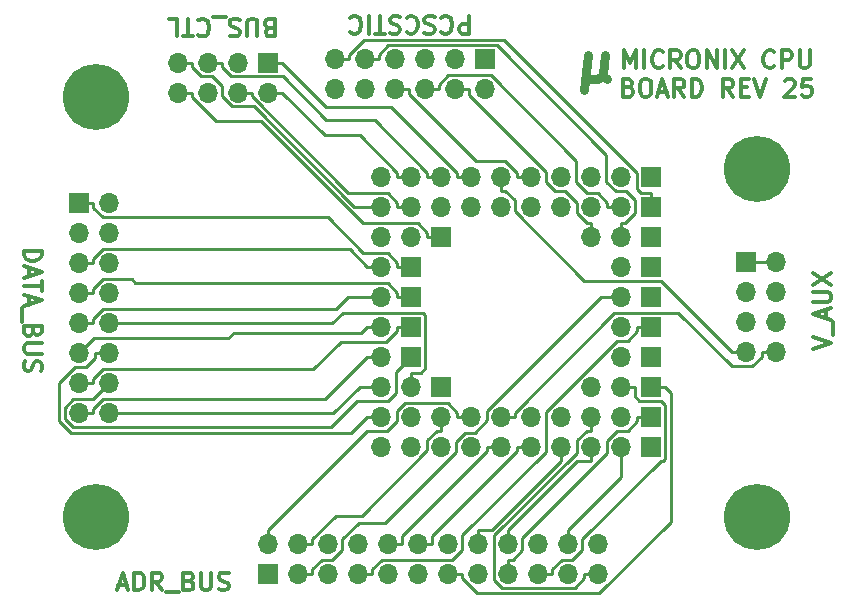
<source format=gbr>
%TF.GenerationSoftware,KiCad,Pcbnew,(6.0.2-0)*%
%TF.CreationDate,2022-07-14T16:09:16+02:00*%
%TF.ProjectId,micronix,6d696372-6f6e-4697-982e-6b696361645f,rev?*%
%TF.SameCoordinates,Original*%
%TF.FileFunction,Copper,L1,Top*%
%TF.FilePolarity,Positive*%
%FSLAX46Y46*%
G04 Gerber Fmt 4.6, Leading zero omitted, Abs format (unit mm)*
G04 Created by KiCad (PCBNEW (6.0.2-0)) date 2022-07-14 16:09:16*
%MOMM*%
%LPD*%
G01*
G04 APERTURE LIST*
%ADD10C,0.300000*%
%TA.AperFunction,NonConductor*%
%ADD11C,0.300000*%
%TD*%
%ADD12C,0.750000*%
%TA.AperFunction,NonConductor*%
%ADD13C,0.750000*%
%TD*%
%ADD14C,0.375000*%
%TA.AperFunction,NonConductor*%
%ADD15C,0.375000*%
%TD*%
%TA.AperFunction,ComponentPad*%
%ADD16C,5.600000*%
%TD*%
%TA.AperFunction,ComponentPad*%
%ADD17R,1.700000X1.700000*%
%TD*%
%TA.AperFunction,ComponentPad*%
%ADD18O,1.700000X1.700000*%
%TD*%
%TA.AperFunction,Conductor*%
%ADD19C,0.250000*%
%TD*%
G04 APERTURE END LIST*
D10*
D11*
X16321428Y-164928571D02*
X17821428Y-164928571D01*
X17821428Y-165285714D01*
X17750000Y-165500000D01*
X17607142Y-165642857D01*
X17464285Y-165714285D01*
X17178571Y-165785714D01*
X16964285Y-165785714D01*
X16678571Y-165714285D01*
X16535714Y-165642857D01*
X16392857Y-165500000D01*
X16321428Y-165285714D01*
X16321428Y-164928571D01*
X16750000Y-166357142D02*
X16750000Y-167071428D01*
X16321428Y-166214285D02*
X17821428Y-166714285D01*
X16321428Y-167214285D01*
X17821428Y-167500000D02*
X17821428Y-168357142D01*
X16321428Y-167928571D02*
X17821428Y-167928571D01*
X16750000Y-168785714D02*
X16750000Y-169500000D01*
X16321428Y-168642857D02*
X17821428Y-169142857D01*
X16321428Y-169642857D01*
X16178571Y-169785714D02*
X16178571Y-170928571D01*
X17107142Y-171785714D02*
X17035714Y-172000000D01*
X16964285Y-172071428D01*
X16821428Y-172142857D01*
X16607142Y-172142857D01*
X16464285Y-172071428D01*
X16392857Y-172000000D01*
X16321428Y-171857142D01*
X16321428Y-171285714D01*
X17821428Y-171285714D01*
X17821428Y-171785714D01*
X17750000Y-171928571D01*
X17678571Y-172000000D01*
X17535714Y-172071428D01*
X17392857Y-172071428D01*
X17250000Y-172000000D01*
X17178571Y-171928571D01*
X17107142Y-171785714D01*
X17107142Y-171285714D01*
X17821428Y-172785714D02*
X16607142Y-172785714D01*
X16464285Y-172857142D01*
X16392857Y-172928571D01*
X16321428Y-173071428D01*
X16321428Y-173357142D01*
X16392857Y-173500000D01*
X16464285Y-173571428D01*
X16607142Y-173642857D01*
X17821428Y-173642857D01*
X16392857Y-174285714D02*
X16321428Y-174500000D01*
X16321428Y-174857142D01*
X16392857Y-175000000D01*
X16464285Y-175071428D01*
X16607142Y-175142857D01*
X16750000Y-175142857D01*
X16892857Y-175071428D01*
X16964285Y-175000000D01*
X17035714Y-174857142D01*
X17107142Y-174571428D01*
X17178571Y-174428571D01*
X17250000Y-174357142D01*
X17392857Y-174285714D01*
X17535714Y-174285714D01*
X17678571Y-174357142D01*
X17750000Y-174428571D01*
X17821428Y-174571428D01*
X17821428Y-174928571D01*
X17750000Y-175142857D01*
D10*
D11*
X54030000Y-145051428D02*
X54030000Y-146551428D01*
X53458571Y-146551428D01*
X53315714Y-146480000D01*
X53244285Y-146408571D01*
X53172857Y-146265714D01*
X53172857Y-146051428D01*
X53244285Y-145908571D01*
X53315714Y-145837142D01*
X53458571Y-145765714D01*
X54030000Y-145765714D01*
X51672857Y-145194285D02*
X51744285Y-145122857D01*
X51958571Y-145051428D01*
X52101428Y-145051428D01*
X52315714Y-145122857D01*
X52458571Y-145265714D01*
X52530000Y-145408571D01*
X52601428Y-145694285D01*
X52601428Y-145908571D01*
X52530000Y-146194285D01*
X52458571Y-146337142D01*
X52315714Y-146480000D01*
X52101428Y-146551428D01*
X51958571Y-146551428D01*
X51744285Y-146480000D01*
X51672857Y-146408571D01*
X51101428Y-145122857D02*
X50887142Y-145051428D01*
X50530000Y-145051428D01*
X50387142Y-145122857D01*
X50315714Y-145194285D01*
X50244285Y-145337142D01*
X50244285Y-145480000D01*
X50315714Y-145622857D01*
X50387142Y-145694285D01*
X50530000Y-145765714D01*
X50815714Y-145837142D01*
X50958571Y-145908571D01*
X51030000Y-145980000D01*
X51101428Y-146122857D01*
X51101428Y-146265714D01*
X51030000Y-146408571D01*
X50958571Y-146480000D01*
X50815714Y-146551428D01*
X50458571Y-146551428D01*
X50244285Y-146480000D01*
X48744285Y-145194285D02*
X48815714Y-145122857D01*
X49030000Y-145051428D01*
X49172857Y-145051428D01*
X49387142Y-145122857D01*
X49530000Y-145265714D01*
X49601428Y-145408571D01*
X49672857Y-145694285D01*
X49672857Y-145908571D01*
X49601428Y-146194285D01*
X49530000Y-146337142D01*
X49387142Y-146480000D01*
X49172857Y-146551428D01*
X49030000Y-146551428D01*
X48815714Y-146480000D01*
X48744285Y-146408571D01*
X48172857Y-145122857D02*
X47958571Y-145051428D01*
X47601428Y-145051428D01*
X47458571Y-145122857D01*
X47387142Y-145194285D01*
X47315714Y-145337142D01*
X47315714Y-145480000D01*
X47387142Y-145622857D01*
X47458571Y-145694285D01*
X47601428Y-145765714D01*
X47887142Y-145837142D01*
X48030000Y-145908571D01*
X48101428Y-145980000D01*
X48172857Y-146122857D01*
X48172857Y-146265714D01*
X48101428Y-146408571D01*
X48030000Y-146480000D01*
X47887142Y-146551428D01*
X47530000Y-146551428D01*
X47315714Y-146480000D01*
X46887142Y-146551428D02*
X46030000Y-146551428D01*
X46458571Y-145051428D02*
X46458571Y-146551428D01*
X45530000Y-145051428D02*
X45530000Y-146551428D01*
X43958571Y-145194285D02*
X44030000Y-145122857D01*
X44244285Y-145051428D01*
X44387142Y-145051428D01*
X44601428Y-145122857D01*
X44744285Y-145265714D01*
X44815714Y-145408571D01*
X44887142Y-145694285D01*
X44887142Y-145908571D01*
X44815714Y-146194285D01*
X44744285Y-146337142D01*
X44601428Y-146480000D01*
X44387142Y-146551428D01*
X44244285Y-146551428D01*
X44030000Y-146480000D01*
X43958571Y-146408571D01*
D10*
D11*
X37092857Y-146077142D02*
X36878571Y-146005714D01*
X36807142Y-145934285D01*
X36735714Y-145791428D01*
X36735714Y-145577142D01*
X36807142Y-145434285D01*
X36878571Y-145362857D01*
X37021428Y-145291428D01*
X37592857Y-145291428D01*
X37592857Y-146791428D01*
X37092857Y-146791428D01*
X36950000Y-146720000D01*
X36878571Y-146648571D01*
X36807142Y-146505714D01*
X36807142Y-146362857D01*
X36878571Y-146220000D01*
X36950000Y-146148571D01*
X37092857Y-146077142D01*
X37592857Y-146077142D01*
X36092857Y-146791428D02*
X36092857Y-145577142D01*
X36021428Y-145434285D01*
X35950000Y-145362857D01*
X35807142Y-145291428D01*
X35521428Y-145291428D01*
X35378571Y-145362857D01*
X35307142Y-145434285D01*
X35235714Y-145577142D01*
X35235714Y-146791428D01*
X34592857Y-145362857D02*
X34378571Y-145291428D01*
X34021428Y-145291428D01*
X33878571Y-145362857D01*
X33807142Y-145434285D01*
X33735714Y-145577142D01*
X33735714Y-145720000D01*
X33807142Y-145862857D01*
X33878571Y-145934285D01*
X34021428Y-146005714D01*
X34307142Y-146077142D01*
X34450000Y-146148571D01*
X34521428Y-146220000D01*
X34592857Y-146362857D01*
X34592857Y-146505714D01*
X34521428Y-146648571D01*
X34450000Y-146720000D01*
X34307142Y-146791428D01*
X33950000Y-146791428D01*
X33735714Y-146720000D01*
X33450000Y-145148571D02*
X32307142Y-145148571D01*
X31092857Y-145434285D02*
X31164285Y-145362857D01*
X31378571Y-145291428D01*
X31521428Y-145291428D01*
X31735714Y-145362857D01*
X31878571Y-145505714D01*
X31950000Y-145648571D01*
X32021428Y-145934285D01*
X32021428Y-146148571D01*
X31950000Y-146434285D01*
X31878571Y-146577142D01*
X31735714Y-146720000D01*
X31521428Y-146791428D01*
X31378571Y-146791428D01*
X31164285Y-146720000D01*
X31092857Y-146648571D01*
X30664285Y-146791428D02*
X29807142Y-146791428D01*
X30235714Y-145291428D02*
X30235714Y-146791428D01*
X28592857Y-145291428D02*
X29307142Y-145291428D01*
X29307142Y-146791428D01*
D10*
D11*
X24321428Y-193250000D02*
X25035714Y-193250000D01*
X24178571Y-193678571D02*
X24678571Y-192178571D01*
X25178571Y-193678571D01*
X25678571Y-193678571D02*
X25678571Y-192178571D01*
X26035714Y-192178571D01*
X26250000Y-192250000D01*
X26392857Y-192392857D01*
X26464285Y-192535714D01*
X26535714Y-192821428D01*
X26535714Y-193035714D01*
X26464285Y-193321428D01*
X26392857Y-193464285D01*
X26250000Y-193607142D01*
X26035714Y-193678571D01*
X25678571Y-193678571D01*
X28035714Y-193678571D02*
X27535714Y-192964285D01*
X27178571Y-193678571D02*
X27178571Y-192178571D01*
X27750000Y-192178571D01*
X27892857Y-192250000D01*
X27964285Y-192321428D01*
X28035714Y-192464285D01*
X28035714Y-192678571D01*
X27964285Y-192821428D01*
X27892857Y-192892857D01*
X27750000Y-192964285D01*
X27178571Y-192964285D01*
X28321428Y-193821428D02*
X29464285Y-193821428D01*
X30321428Y-192892857D02*
X30535714Y-192964285D01*
X30607142Y-193035714D01*
X30678571Y-193178571D01*
X30678571Y-193392857D01*
X30607142Y-193535714D01*
X30535714Y-193607142D01*
X30392857Y-193678571D01*
X29821428Y-193678571D01*
X29821428Y-192178571D01*
X30321428Y-192178571D01*
X30464285Y-192250000D01*
X30535714Y-192321428D01*
X30607142Y-192464285D01*
X30607142Y-192607142D01*
X30535714Y-192750000D01*
X30464285Y-192821428D01*
X30321428Y-192892857D01*
X29821428Y-192892857D01*
X31321428Y-192178571D02*
X31321428Y-193392857D01*
X31392857Y-193535714D01*
X31464285Y-193607142D01*
X31607142Y-193678571D01*
X31892857Y-193678571D01*
X32035714Y-193607142D01*
X32107142Y-193535714D01*
X32178571Y-193392857D01*
X32178571Y-192178571D01*
X32821428Y-193607142D02*
X33035714Y-193678571D01*
X33392857Y-193678571D01*
X33535714Y-193607142D01*
X33607142Y-193535714D01*
X33678571Y-193392857D01*
X33678571Y-193250000D01*
X33607142Y-193107142D01*
X33535714Y-193035714D01*
X33392857Y-192964285D01*
X33107142Y-192892857D01*
X32964285Y-192821428D01*
X32892857Y-192750000D01*
X32821428Y-192607142D01*
X32821428Y-192464285D01*
X32892857Y-192321428D01*
X32964285Y-192250000D01*
X33107142Y-192178571D01*
X33464285Y-192178571D01*
X33678571Y-192250000D01*
D10*
D11*
X83178571Y-173214285D02*
X84678571Y-172714285D01*
X83178571Y-172214285D01*
X84821428Y-172071428D02*
X84821428Y-170928571D01*
X84250000Y-170642857D02*
X84250000Y-169928571D01*
X84678571Y-170785714D02*
X83178571Y-170285714D01*
X84678571Y-169785714D01*
X83178571Y-169285714D02*
X84392857Y-169285714D01*
X84535714Y-169214285D01*
X84607142Y-169142857D01*
X84678571Y-169000000D01*
X84678571Y-168714285D01*
X84607142Y-168571428D01*
X84535714Y-168500000D01*
X84392857Y-168428571D01*
X83178571Y-168428571D01*
X83178571Y-167857142D02*
X84678571Y-166857142D01*
X83178571Y-166857142D02*
X84678571Y-167857142D01*
D12*
D13*
X64108839Y-148357142D02*
X63733839Y-151357142D01*
X65340982Y-149928571D02*
X65448125Y-150214285D01*
X65715982Y-150357142D01*
X63912410Y-149928571D02*
X64019553Y-150214285D01*
X64287410Y-150357142D01*
X64858839Y-150357142D01*
X65162410Y-150214285D01*
X65340982Y-149928571D01*
X65537410Y-148357142D01*
D14*
D15*
X67142857Y-149471071D02*
X67142857Y-147971071D01*
X67642857Y-149042500D01*
X68142857Y-147971071D01*
X68142857Y-149471071D01*
X68857142Y-149471071D02*
X68857142Y-147971071D01*
X70428571Y-149328214D02*
X70357142Y-149399642D01*
X70142857Y-149471071D01*
X70000000Y-149471071D01*
X69785714Y-149399642D01*
X69642857Y-149256785D01*
X69571428Y-149113928D01*
X69500000Y-148828214D01*
X69500000Y-148613928D01*
X69571428Y-148328214D01*
X69642857Y-148185357D01*
X69785714Y-148042500D01*
X70000000Y-147971071D01*
X70142857Y-147971071D01*
X70357142Y-148042500D01*
X70428571Y-148113928D01*
X71928571Y-149471071D02*
X71428571Y-148756785D01*
X71071428Y-149471071D02*
X71071428Y-147971071D01*
X71642857Y-147971071D01*
X71785714Y-148042500D01*
X71857142Y-148113928D01*
X71928571Y-148256785D01*
X71928571Y-148471071D01*
X71857142Y-148613928D01*
X71785714Y-148685357D01*
X71642857Y-148756785D01*
X71071428Y-148756785D01*
X72857142Y-147971071D02*
X73142857Y-147971071D01*
X73285714Y-148042500D01*
X73428571Y-148185357D01*
X73500000Y-148471071D01*
X73500000Y-148971071D01*
X73428571Y-149256785D01*
X73285714Y-149399642D01*
X73142857Y-149471071D01*
X72857142Y-149471071D01*
X72714285Y-149399642D01*
X72571428Y-149256785D01*
X72500000Y-148971071D01*
X72500000Y-148471071D01*
X72571428Y-148185357D01*
X72714285Y-148042500D01*
X72857142Y-147971071D01*
X74142857Y-149471071D02*
X74142857Y-147971071D01*
X75000000Y-149471071D01*
X75000000Y-147971071D01*
X75714285Y-149471071D02*
X75714285Y-147971071D01*
X76285714Y-147971071D02*
X77285714Y-149471071D01*
X77285714Y-147971071D02*
X76285714Y-149471071D01*
X79857142Y-149328214D02*
X79785714Y-149399642D01*
X79571428Y-149471071D01*
X79428571Y-149471071D01*
X79214285Y-149399642D01*
X79071428Y-149256785D01*
X79000000Y-149113928D01*
X78928571Y-148828214D01*
X78928571Y-148613928D01*
X79000000Y-148328214D01*
X79071428Y-148185357D01*
X79214285Y-148042500D01*
X79428571Y-147971071D01*
X79571428Y-147971071D01*
X79785714Y-148042500D01*
X79857142Y-148113928D01*
X80500000Y-149471071D02*
X80500000Y-147971071D01*
X81071428Y-147971071D01*
X81214285Y-148042500D01*
X81285714Y-148113928D01*
X81357142Y-148256785D01*
X81357142Y-148471071D01*
X81285714Y-148613928D01*
X81214285Y-148685357D01*
X81071428Y-148756785D01*
X80500000Y-148756785D01*
X82000000Y-147971071D02*
X82000000Y-149185357D01*
X82071428Y-149328214D01*
X82142857Y-149399642D01*
X82285714Y-149471071D01*
X82571428Y-149471071D01*
X82714285Y-149399642D01*
X82785714Y-149328214D01*
X82857142Y-149185357D01*
X82857142Y-147971071D01*
X67535714Y-151100357D02*
X67750000Y-151171785D01*
X67821428Y-151243214D01*
X67892857Y-151386071D01*
X67892857Y-151600357D01*
X67821428Y-151743214D01*
X67750000Y-151814642D01*
X67607142Y-151886071D01*
X67035714Y-151886071D01*
X67035714Y-150386071D01*
X67535714Y-150386071D01*
X67678571Y-150457500D01*
X67750000Y-150528928D01*
X67821428Y-150671785D01*
X67821428Y-150814642D01*
X67750000Y-150957500D01*
X67678571Y-151028928D01*
X67535714Y-151100357D01*
X67035714Y-151100357D01*
X68821428Y-150386071D02*
X69107142Y-150386071D01*
X69250000Y-150457500D01*
X69392857Y-150600357D01*
X69464285Y-150886071D01*
X69464285Y-151386071D01*
X69392857Y-151671785D01*
X69250000Y-151814642D01*
X69107142Y-151886071D01*
X68821428Y-151886071D01*
X68678571Y-151814642D01*
X68535714Y-151671785D01*
X68464285Y-151386071D01*
X68464285Y-150886071D01*
X68535714Y-150600357D01*
X68678571Y-150457500D01*
X68821428Y-150386071D01*
X70035714Y-151457500D02*
X70750000Y-151457500D01*
X69892857Y-151886071D02*
X70392857Y-150386071D01*
X70892857Y-151886071D01*
X72250000Y-151886071D02*
X71750000Y-151171785D01*
X71392857Y-151886071D02*
X71392857Y-150386071D01*
X71964285Y-150386071D01*
X72107142Y-150457500D01*
X72178571Y-150528928D01*
X72250000Y-150671785D01*
X72250000Y-150886071D01*
X72178571Y-151028928D01*
X72107142Y-151100357D01*
X71964285Y-151171785D01*
X71392857Y-151171785D01*
X72892857Y-151886071D02*
X72892857Y-150386071D01*
X73250000Y-150386071D01*
X73464285Y-150457500D01*
X73607142Y-150600357D01*
X73678571Y-150743214D01*
X73750000Y-151028928D01*
X73750000Y-151243214D01*
X73678571Y-151528928D01*
X73607142Y-151671785D01*
X73464285Y-151814642D01*
X73250000Y-151886071D01*
X72892857Y-151886071D01*
X76392857Y-151886071D02*
X75892857Y-151171785D01*
X75535714Y-151886071D02*
X75535714Y-150386071D01*
X76107142Y-150386071D01*
X76250000Y-150457500D01*
X76321428Y-150528928D01*
X76392857Y-150671785D01*
X76392857Y-150886071D01*
X76321428Y-151028928D01*
X76250000Y-151100357D01*
X76107142Y-151171785D01*
X75535714Y-151171785D01*
X77035714Y-151100357D02*
X77535714Y-151100357D01*
X77750000Y-151886071D02*
X77035714Y-151886071D01*
X77035714Y-150386071D01*
X77750000Y-150386071D01*
X78178571Y-150386071D02*
X78678571Y-151886071D01*
X79178571Y-150386071D01*
X80750000Y-150528928D02*
X80821428Y-150457500D01*
X80964285Y-150386071D01*
X81321428Y-150386071D01*
X81464285Y-150457500D01*
X81535714Y-150528928D01*
X81607142Y-150671785D01*
X81607142Y-150814642D01*
X81535714Y-151028928D01*
X80678571Y-151886071D01*
X81607142Y-151886071D01*
X82964285Y-150386071D02*
X82250000Y-150386071D01*
X82178571Y-151100357D01*
X82250000Y-151028928D01*
X82392857Y-150957500D01*
X82750000Y-150957500D01*
X82892857Y-151028928D01*
X82964285Y-151100357D01*
X83035714Y-151243214D01*
X83035714Y-151600357D01*
X82964285Y-151743214D01*
X82892857Y-151814642D01*
X82750000Y-151886071D01*
X82392857Y-151886071D01*
X82250000Y-151814642D01*
X82178571Y-151743214D01*
D16*
%TO.P,REF2,1*%
%TO.N,N/C*%
X78425000Y-158000000D03*
%TD*%
%TO.P,REF3,1*%
%TO.N,N/C*%
X78425000Y-187480000D03*
%TD*%
%TO.P,REF4,1*%
%TO.N,N/C*%
X22425000Y-151920000D03*
%TD*%
%TO.P,REF1,1*%
%TO.N,N/C*%
X22425000Y-187480000D03*
%TD*%
D17*
%TO.P,CPU_V_AUX1,1,Pin_1*%
%TO.N,/D9*%
X77425000Y-165920000D03*
D18*
%TO.P,CPU_V_AUX1,2,Pin_2*%
X79965000Y-165920000D03*
%TO.P,CPU_V_AUX1,3,Pin_3*%
%TO.N,unconnected-(CPU_V_AUX1-Pad3)*%
X77425000Y-168460000D03*
%TO.P,CPU_V_AUX1,4,Pin_4*%
%TO.N,unconnected-(CPU_V_AUX1-Pad4)*%
X79965000Y-168460000D03*
%TO.P,CPU_V_AUX1,5,Pin_5*%
%TO.N,unconnected-(CPU_V_AUX1-Pad5)*%
X77425000Y-171000000D03*
%TO.P,CPU_V_AUX1,6,Pin_6*%
%TO.N,/D2*%
X79965000Y-171000000D03*
%TO.P,CPU_V_AUX1,7,Pin_7*%
%TO.N,/E1*%
X77425000Y-173540000D03*
%TO.P,CPU_V_AUX1,8,Pin_8*%
%TO.N,/D2*%
X79965000Y-173540000D03*
%TD*%
D17*
%TO.P,CPU_BUS_CONTROL1,1,Pin_1*%
%TO.N,/D1*%
X37000000Y-149000000D03*
D18*
%TO.P,CPU_BUS_CONTROL1,2,Pin_2*%
%TO.N,/B1*%
X37000000Y-151540000D03*
%TO.P,CPU_BUS_CONTROL1,3,Pin_3*%
%TO.N,/C2*%
X34460000Y-149000000D03*
%TO.P,CPU_BUS_CONTROL1,4,Pin_4*%
%TO.N,/B2*%
X34460000Y-151540000D03*
%TO.P,CPU_BUS_CONTROL1,5,Pin_5*%
%TO.N,/C1*%
X31920000Y-149000000D03*
%TO.P,CPU_BUS_CONTROL1,6,Pin_6*%
%TO.N,/B3*%
X31920000Y-151540000D03*
%TO.P,CPU_BUS_CONTROL1,7,Pin_7*%
%TO.N,/A2*%
X29380000Y-149000000D03*
%TO.P,CPU_BUS_CONTROL1,8,Pin_8*%
%TO.N,/C3*%
X29380000Y-151540000D03*
%TD*%
D17*
%TO.P,CPU_PC_STAT_SC_IC1,1,Pin_1*%
%TO.N,/H1*%
X55350000Y-148725000D03*
D18*
%TO.P,CPU_PC_STAT_SC_IC1,2,Pin_2*%
%TO.N,/H2*%
X55350000Y-151265000D03*
%TO.P,CPU_PC_STAT_SC_IC1,3,Pin_3*%
%TO.N,/G1*%
X52810000Y-148725000D03*
%TO.P,CPU_PC_STAT_SC_IC1,4,Pin_4*%
%TO.N,/H3*%
X52810000Y-151265000D03*
%TO.P,CPU_PC_STAT_SC_IC1,5,Pin_5*%
%TO.N,/G2*%
X50270000Y-148725000D03*
%TO.P,CPU_PC_STAT_SC_IC1,6,Pin_6*%
%TO.N,/J2*%
X50270000Y-151265000D03*
%TO.P,CPU_PC_STAT_SC_IC1,7,Pin_7*%
%TO.N,/K3*%
X47730000Y-148725000D03*
%TO.P,CPU_PC_STAT_SC_IC1,8,Pin_8*%
%TO.N,/F1*%
X47730000Y-151265000D03*
%TO.P,CPU_PC_STAT_SC_IC1,9,Pin_9*%
%TO.N,/J3*%
X45190000Y-148725000D03*
%TO.P,CPU_PC_STAT_SC_IC1,10,Pin_10*%
%TO.N,/F2*%
X45190000Y-151265000D03*
%TO.P,CPU_PC_STAT_SC_IC1,11,Pin_11*%
%TO.N,/K2*%
X42650000Y-148725000D03*
%TO.P,CPU_PC_STAT_SC_IC1,12,Pin_12*%
%TO.N,/J1*%
X42650000Y-151265000D03*
%TD*%
D17*
%TO.P,CPU_DATA_BUS1,1,Pin_1*%
%TO.N,/B4*%
X21000000Y-160920000D03*
D18*
%TO.P,CPU_DATA_BUS1,2,Pin_2*%
%TO.N,/B10*%
X23540000Y-160920000D03*
%TO.P,CPU_DATA_BUS1,3,Pin_3*%
%TO.N,/A3*%
X21000000Y-163460000D03*
%TO.P,CPU_DATA_BUS1,4,Pin_4*%
%TO.N,/B9*%
X23540000Y-163460000D03*
%TO.P,CPU_DATA_BUS1,5,Pin_5*%
%TO.N,/A4*%
X21000000Y-166000000D03*
%TO.P,CPU_DATA_BUS1,6,Pin_6*%
%TO.N,/C8*%
X23540000Y-166000000D03*
%TO.P,CPU_DATA_BUS1,7,Pin_7*%
%TO.N,/B5*%
X21000000Y-168540000D03*
%TO.P,CPU_DATA_BUS1,8,Pin_8*%
%TO.N,/A10*%
X23540000Y-168540000D03*
%TO.P,CPU_DATA_BUS1,9,Pin_9*%
%TO.N,/A5*%
X21000000Y-171080000D03*
%TO.P,CPU_DATA_BUS1,10,Pin_10*%
%TO.N,/B8*%
X23540000Y-171080000D03*
%TO.P,CPU_DATA_BUS1,11,Pin_11*%
%TO.N,/A6*%
X21000000Y-173620000D03*
%TO.P,CPU_DATA_BUS1,12,Pin_12*%
%TO.N,/A9*%
X23540000Y-173620000D03*
%TO.P,CPU_DATA_BUS1,13,Pin_13*%
%TO.N,/B6*%
X21000000Y-176160000D03*
%TO.P,CPU_DATA_BUS1,14,Pin_14*%
%TO.N,/B7*%
X23540000Y-176160000D03*
%TO.P,CPU_DATA_BUS1,15,Pin_15*%
%TO.N,/A7*%
X21000000Y-178700000D03*
%TO.P,CPU_DATA_BUS1,16,Pin_16*%
%TO.N,/A8*%
X23540000Y-178700000D03*
%TD*%
D17*
%TO.P,CPU_ADDRESS_BUS1,1,Pin_1*%
%TO.N,/K4*%
X37025000Y-192275000D03*
D18*
%TO.P,CPU_ADDRESS_BUS1,2,Pin_2*%
%TO.N,/D9*%
X37025000Y-189735000D03*
%TO.P,CPU_ADDRESS_BUS1,3,Pin_3*%
%TO.N,/J5*%
X39565000Y-192275000D03*
%TO.P,CPU_ADDRESS_BUS1,4,Pin_4*%
%TO.N,/C9*%
X39565000Y-189735000D03*
%TO.P,CPU_ADDRESS_BUS1,5,Pin_5*%
%TO.N,/K5*%
X42105000Y-192275000D03*
%TO.P,CPU_ADDRESS_BUS1,6,Pin_6*%
%TO.N,/C10*%
X42105000Y-189735000D03*
%TO.P,CPU_ADDRESS_BUS1,7,Pin_7*%
%TO.N,/K6*%
X44645000Y-192275000D03*
%TO.P,CPU_ADDRESS_BUS1,8,Pin_8*%
%TO.N,/D10*%
X44645000Y-189735000D03*
%TO.P,CPU_ADDRESS_BUS1,9,Pin_9*%
%TO.N,/J6*%
X47185000Y-192275000D03*
%TO.P,CPU_ADDRESS_BUS1,10,Pin_10*%
%TO.N,/E10*%
X47185000Y-189735000D03*
%TO.P,CPU_ADDRESS_BUS1,11,Pin_11*%
%TO.N,/K7*%
X49725000Y-192275000D03*
%TO.P,CPU_ADDRESS_BUS1,12,Pin_12*%
%TO.N,/F10*%
X49725000Y-189735000D03*
%TO.P,CPU_ADDRESS_BUS1,13,Pin_13*%
%TO.N,/K8*%
X52265000Y-192275000D03*
%TO.P,CPU_ADDRESS_BUS1,14,Pin_14*%
%TO.N,/F9*%
X52265000Y-189735000D03*
%TO.P,CPU_ADDRESS_BUS1,15,Pin_15*%
%TO.N,/J7*%
X54805000Y-192275000D03*
%TO.P,CPU_ADDRESS_BUS1,16,Pin_16*%
%TO.N,/G10*%
X54805000Y-189735000D03*
%TO.P,CPU_ADDRESS_BUS1,17,Pin_17*%
%TO.N,/K9*%
X57345000Y-192275000D03*
%TO.P,CPU_ADDRESS_BUS1,18,Pin_18*%
%TO.N,/H10*%
X57345000Y-189735000D03*
%TO.P,CPU_ADDRESS_BUS1,19,Pin_19*%
%TO.N,/J8*%
X59885000Y-192275000D03*
%TO.P,CPU_ADDRESS_BUS1,20,Pin_20*%
%TO.N,/G9*%
X59885000Y-189735000D03*
%TO.P,CPU_ADDRESS_BUS1,21,Pin_21*%
%TO.N,/J9*%
X62425000Y-192275000D03*
%TO.P,CPU_ADDRESS_BUS1,22,Pin_22*%
%TO.N,/J10*%
X62425000Y-189735000D03*
%TO.P,CPU_ADDRESS_BUS1,23,Pin_23*%
%TO.N,/H9*%
X64965000Y-192275000D03*
%TO.P,CPU_ADDRESS_BUS1,24,Pin_24*%
%TO.N,/H8*%
X64965000Y-189735000D03*
%TD*%
D17*
%TO.P,CPUCOL3-1,1,Pin_1*%
%TO.N,/K3*%
X69425000Y-163760000D03*
D18*
%TO.P,CPUCOL3-1,2,Pin_2*%
%TO.N,/J3*%
X66885000Y-163760000D03*
%TO.P,CPUCOL3-1,3,Pin_3*%
%TO.N,/H3*%
X64345000Y-163760000D03*
%TD*%
D17*
%TO.P,CPUCOL5-2,1,Pin_1*%
%TO.N,/B5*%
X49105000Y-168840000D03*
D18*
%TO.P,CPUCOL5-2,2,Pin_2*%
%TO.N,/A5*%
X46565000Y-168840000D03*
%TD*%
D17*
%TO.P,CPUCOL1,1,Pin_1*%
%TO.N,/K1*%
X69425000Y-158680000D03*
D18*
%TO.P,CPUCOL1,2,Pin_2*%
%TO.N,/J1*%
X66885000Y-158680000D03*
%TO.P,CPUCOL1,3,Pin_3*%
%TO.N,/H1*%
X64345000Y-158680000D03*
%TO.P,CPUCOL1,4,Pin_4*%
%TO.N,/G1*%
X61805000Y-158680000D03*
%TO.P,CPUCOL1,5,Pin_5*%
%TO.N,/F1*%
X59265000Y-158680000D03*
%TO.P,CPUCOL1,6,Pin_6*%
%TO.N,/E1*%
X56725000Y-158680000D03*
%TO.P,CPUCOL1,7,Pin_7*%
%TO.N,/D1*%
X54185000Y-158680000D03*
%TO.P,CPUCOL1,8,Pin_8*%
%TO.N,/C1*%
X51645000Y-158680000D03*
%TO.P,CPUCOL1,9,Pin_9*%
%TO.N,/B1*%
X49105000Y-158680000D03*
%TO.P,CPUCOL1,10,Pin_10*%
%TO.N,/A1*%
X46565000Y-158680000D03*
%TD*%
D17*
%TO.P,CPUCOL5-1,1,Pin_1*%
%TO.N,/K5*%
X69425000Y-168840000D03*
D18*
%TO.P,CPUCOL5-1,2,Pin_2*%
%TO.N,/J5*%
X66885000Y-168840000D03*
%TD*%
D17*
%TO.P,CPUCOL7-2,1,Pin_1*%
%TO.N,/B7*%
X49105000Y-173920000D03*
D18*
%TO.P,CPUCOL7-2,2,Pin_2*%
%TO.N,/A7*%
X46565000Y-173920000D03*
%TD*%
D17*
%TO.P,CPUCOL7-1,1,Pin_1*%
%TO.N,/K7*%
X69425000Y-173920000D03*
D18*
%TO.P,CPUCOL7-1,2,Pin_2*%
%TO.N,/J7*%
X66885000Y-173920000D03*
%TD*%
D17*
%TO.P,CPUCOL8-1,1,Pin_1*%
%TO.N,/K8*%
X69425000Y-176460000D03*
D18*
%TO.P,CPUCOL8-1,2,Pin_2*%
%TO.N,/J8*%
X66885000Y-176460000D03*
%TO.P,CPUCOL8-1,3,Pin_3*%
%TO.N,/H8*%
X64345000Y-176460000D03*
%TD*%
D17*
%TO.P,CPUCOL4-1,1,Pin_1*%
%TO.N,/K4*%
X69425000Y-166300000D03*
D18*
%TO.P,CPUCOL4-1,2,Pin_2*%
%TO.N,/J4*%
X66885000Y-166300000D03*
%TD*%
D17*
%TO.P,CPUCOL2,1,Pin_1*%
%TO.N,/K2*%
X69425000Y-161220000D03*
D18*
%TO.P,CPUCOL2,2,Pin_2*%
%TO.N,/J2*%
X66885000Y-161220000D03*
%TO.P,CPUCOL2,3,Pin_3*%
%TO.N,/H2*%
X64345000Y-161220000D03*
%TO.P,CPUCOL2,4,Pin_4*%
%TO.N,/G2*%
X61805000Y-161220000D03*
%TO.P,CPUCOL2,5,Pin_5*%
%TO.N,/F2*%
X59265000Y-161220000D03*
%TO.P,CPUCOL2,6,Pin_6*%
%TO.N,/D9*%
X56725000Y-161220000D03*
%TO.P,CPUCOL2,7,Pin_7*%
%TO.N,/D2*%
X54185000Y-161220000D03*
%TO.P,CPUCOL2,8,Pin_8*%
%TO.N,/C2*%
X51645000Y-161220000D03*
%TO.P,CPUCOL2,9,Pin_9*%
%TO.N,/B2*%
X49105000Y-161220000D03*
%TO.P,CPUCOL2,10,Pin_10*%
%TO.N,/A2*%
X46565000Y-161220000D03*
%TD*%
D17*
%TO.P,CPUCOL3-2,1,Pin_1*%
%TO.N,/C3*%
X51645000Y-163760000D03*
D18*
%TO.P,CPUCOL3-2,2,Pin_2*%
%TO.N,/B3*%
X49105000Y-163760000D03*
%TO.P,CPUCOL3-2,3,Pin_3*%
%TO.N,/A3*%
X46565000Y-163760000D03*
%TD*%
D17*
%TO.P,CPUCOL6-2,1,Pin_1*%
%TO.N,/B6*%
X49105000Y-171380000D03*
D18*
%TO.P,CPUCOL6-2,2,Pin_2*%
%TO.N,/A6*%
X46565000Y-171380000D03*
%TD*%
D17*
%TO.P,CPUCOL8-2,1,Pin_1*%
%TO.N,/C8*%
X51645000Y-176460000D03*
D18*
%TO.P,CPUCOL8-2,2,Pin_2*%
%TO.N,/B8*%
X49105000Y-176460000D03*
%TO.P,CPUCOL8-2,3,Pin_3*%
%TO.N,/A8*%
X46565000Y-176460000D03*
%TD*%
D17*
%TO.P,CPUCOL4-2,1,Pin_1*%
%TO.N,/B4*%
X49105000Y-166300000D03*
D18*
%TO.P,CPUCOL4-2,2,Pin_2*%
%TO.N,/A4*%
X46565000Y-166300000D03*
%TD*%
D17*
%TO.P,CPUCOL10,1,Pin_1*%
%TO.N,/K10*%
X69425000Y-181540000D03*
D18*
%TO.P,CPUCOL10,2,Pin_2*%
%TO.N,/J10*%
X66885000Y-181540000D03*
%TO.P,CPUCOL10,3,Pin_3*%
%TO.N,/H10*%
X64345000Y-181540000D03*
%TO.P,CPUCOL10,4,Pin_4*%
%TO.N,/G10*%
X61805000Y-181540000D03*
%TO.P,CPUCOL10,5,Pin_5*%
%TO.N,/F10*%
X59265000Y-181540000D03*
%TO.P,CPUCOL10,6,Pin_6*%
%TO.N,/E10*%
X56725000Y-181540000D03*
%TO.P,CPUCOL10,7,Pin_7*%
%TO.N,/D10*%
X54185000Y-181540000D03*
%TO.P,CPUCOL10,8,Pin_8*%
%TO.N,/C10*%
X51645000Y-181540000D03*
%TO.P,CPUCOL10,9,Pin_9*%
%TO.N,/B10*%
X49105000Y-181540000D03*
%TO.P,CPUCOL10,10,Pin_10*%
%TO.N,/A10*%
X46565000Y-181540000D03*
%TD*%
D17*
%TO.P,CPUCOL9,1,Pin_1*%
%TO.N,/K9*%
X69425000Y-179000000D03*
D18*
%TO.P,CPUCOL9,2,Pin_2*%
%TO.N,/J9*%
X66885000Y-179000000D03*
%TO.P,CPUCOL9,3,Pin_3*%
%TO.N,/H9*%
X64345000Y-179000000D03*
%TO.P,CPUCOL9,4,Pin_4*%
%TO.N,/G9*%
X61805000Y-179000000D03*
%TO.P,CPUCOL9,5,Pin_5*%
%TO.N,/F9*%
X59265000Y-179000000D03*
%TO.P,CPUCOL9,6,Pin_6*%
%TO.N,/D2*%
X56725000Y-179000000D03*
%TO.P,CPUCOL9,7,Pin_7*%
%TO.N,/D9*%
X54185000Y-179000000D03*
%TO.P,CPUCOL9,8,Pin_8*%
%TO.N,/C9*%
X51645000Y-179000000D03*
%TO.P,CPUCOL9,9,Pin_9*%
%TO.N,/B9*%
X49105000Y-179000000D03*
%TO.P,CPUCOL9,10,Pin_10*%
%TO.N,/A9*%
X46565000Y-179000000D03*
%TD*%
D17*
%TO.P,CPUCOL6-1,1,Pin_1*%
%TO.N,/K6*%
X69425000Y-171380000D03*
D18*
%TO.P,CPUCOL6-1,2,Pin_2*%
%TO.N,/J6*%
X66885000Y-171380000D03*
%TD*%
D19*
%TO.N,/E10*%
X48360300Y-189096800D02*
X48360300Y-189735000D01*
X55549700Y-181907400D02*
X48360300Y-189096800D01*
X55549700Y-181540000D02*
X55549700Y-181907400D01*
X56725000Y-181540000D02*
X55549700Y-181540000D01*
X47185000Y-189735000D02*
X48360300Y-189735000D01*
%TO.N,/F10*%
X50900300Y-189096800D02*
X50900300Y-189735000D01*
X58089700Y-181907400D02*
X50900300Y-189096800D01*
X58089700Y-181540000D02*
X58089700Y-181907400D01*
X59265000Y-181540000D02*
X58089700Y-181540000D01*
X49725000Y-189735000D02*
X50900300Y-189735000D01*
%TO.N,/G10*%
X55960600Y-188559700D02*
X61805000Y-182715300D01*
X54805000Y-188559700D02*
X55960600Y-188559700D01*
X61805000Y-181540000D02*
X61805000Y-182715300D01*
X54805000Y-189735000D02*
X54805000Y-188559700D01*
%TO.N,/H10*%
X63189400Y-182715300D02*
X57345000Y-188559700D01*
X64345000Y-182715300D02*
X63189400Y-182715300D01*
X57345000Y-189735000D02*
X57345000Y-188559700D01*
X64345000Y-181540000D02*
X64345000Y-182715300D01*
%TO.N,/J10*%
X66885000Y-184099700D02*
X66885000Y-181540000D01*
X62425000Y-188559700D02*
X66885000Y-184099700D01*
X62425000Y-189735000D02*
X62425000Y-188559700D01*
%TO.N,/A9*%
X46565000Y-179000000D02*
X45389700Y-179000000D01*
X23540000Y-173620000D02*
X22364700Y-173620000D01*
X44061500Y-180328200D02*
X45389700Y-179000000D01*
X20285200Y-180328200D02*
X44061500Y-180328200D01*
X19332700Y-179375700D02*
X20285200Y-180328200D01*
X19332700Y-176129700D02*
X19332700Y-179375700D01*
X20667100Y-174795300D02*
X19332700Y-176129700D01*
X21556800Y-174795300D02*
X20667100Y-174795300D01*
X22364700Y-173987400D02*
X21556800Y-174795300D01*
X22364700Y-173620000D02*
X22364700Y-173987400D01*
%TO.N,/C9*%
X51645000Y-179000000D02*
X51645000Y-180175300D01*
X39565000Y-189735000D02*
X40740300Y-189735000D01*
X40740300Y-189367200D02*
X40740300Y-189735000D01*
X42720900Y-187386600D02*
X40740300Y-189367200D01*
X44923100Y-187386600D02*
X42720900Y-187386600D01*
X50469700Y-181840000D02*
X44923100Y-187386600D01*
X50469700Y-180983200D02*
X50469700Y-181840000D01*
X51277600Y-180175300D02*
X50469700Y-180983200D01*
X51645000Y-180175300D02*
X51277600Y-180175300D01*
%TO.N,/D9*%
X77425000Y-165920000D02*
X79965000Y-165920000D01*
X53009700Y-178632600D02*
X53009700Y-179000000D01*
X52201800Y-177824700D02*
X53009700Y-178632600D01*
X48574000Y-177824700D02*
X52201800Y-177824700D01*
X47899600Y-178499100D02*
X48574000Y-177824700D01*
X47899600Y-179366400D02*
X47899600Y-178499100D01*
X47080200Y-180185800D02*
X47899600Y-179366400D01*
X45398900Y-180185800D02*
X47080200Y-180185800D01*
X37025000Y-188559700D02*
X45398900Y-180185800D01*
X37025000Y-189735000D02*
X37025000Y-188559700D01*
X54185000Y-179000000D02*
X53009700Y-179000000D01*
%TO.N,/H9*%
X63789700Y-192642400D02*
X63789700Y-192275000D01*
X62981800Y-193450300D02*
X63789700Y-192642400D01*
X56829600Y-193450300D02*
X62981800Y-193450300D01*
X56164900Y-192785600D02*
X56829600Y-193450300D01*
X56164900Y-189025100D02*
X56164900Y-192785600D01*
X63169700Y-182020300D02*
X56164900Y-189025100D01*
X63169700Y-180983200D02*
X63169700Y-182020300D01*
X63977600Y-180175300D02*
X63169700Y-180983200D01*
X64345000Y-180175300D02*
X63977600Y-180175300D01*
X64345000Y-179000000D02*
X64345000Y-180175300D01*
X64965000Y-192275000D02*
X63789700Y-192275000D01*
%TO.N,/K9*%
X57712400Y-191099700D02*
X57345000Y-191099700D01*
X58520300Y-190291800D02*
X57712400Y-191099700D01*
X58520300Y-189260300D02*
X58520300Y-190291800D01*
X65709600Y-182071000D02*
X58520300Y-189260300D01*
X65709600Y-181050600D02*
X65709600Y-182071000D01*
X66584900Y-180175300D02*
X65709600Y-181050600D01*
X67441800Y-180175300D02*
X66584900Y-180175300D01*
X68249700Y-179367400D02*
X67441800Y-180175300D01*
X68249700Y-179000000D02*
X68249700Y-179367400D01*
X69425000Y-179000000D02*
X68249700Y-179000000D01*
X57345000Y-192275000D02*
X57345000Y-191099700D01*
%TO.N,/A8*%
X46565000Y-176460000D02*
X45389700Y-176460000D01*
X42512900Y-178700000D02*
X23540000Y-178700000D01*
X44752900Y-176460000D02*
X42512900Y-178700000D01*
X45389700Y-176460000D02*
X44752900Y-176460000D01*
%TO.N,/B8*%
X42423400Y-171080000D02*
X23540000Y-171080000D01*
X43317300Y-170186100D02*
X42423400Y-171080000D01*
X50079900Y-170186100D02*
X43317300Y-170186100D01*
X50295000Y-170401200D02*
X50079900Y-170186100D01*
X50295000Y-174902700D02*
X50295000Y-170401200D01*
X49913000Y-175284700D02*
X50295000Y-174902700D01*
X49105000Y-175284700D02*
X49913000Y-175284700D01*
X49105000Y-176460000D02*
X49105000Y-175284700D01*
%TO.N,/J8*%
X61060300Y-191907600D02*
X61060300Y-192275000D01*
X61868200Y-191099700D02*
X61060300Y-191907600D01*
X62761300Y-191099700D02*
X61868200Y-191099700D01*
X63600400Y-190260600D02*
X62761300Y-191099700D01*
X63600400Y-189364800D02*
X63600400Y-190260600D01*
X70249800Y-182715400D02*
X63600400Y-189364800D01*
X70415100Y-182715400D02*
X70249800Y-182715400D01*
X70600400Y-182530100D02*
X70415100Y-182715400D01*
X70600400Y-177952900D02*
X70600400Y-182530100D01*
X70282800Y-177635300D02*
X70600400Y-177952900D01*
X68427500Y-177635300D02*
X70282800Y-177635300D01*
X68060300Y-177268100D02*
X68427500Y-177635300D01*
X68060300Y-176460000D02*
X68060300Y-177268100D01*
X66885000Y-176460000D02*
X68060300Y-176460000D01*
X59885000Y-192275000D02*
X61060300Y-192275000D01*
%TO.N,/K8*%
X53440300Y-192642300D02*
X53440300Y-192275000D01*
X54710900Y-193912900D02*
X53440300Y-192642300D01*
X65047300Y-193912900D02*
X54710900Y-193912900D01*
X71078800Y-187881400D02*
X65047300Y-193912900D01*
X71078800Y-176938500D02*
X71078800Y-187881400D01*
X70600300Y-176460000D02*
X71078800Y-176938500D01*
X69425000Y-176460000D02*
X70600300Y-176460000D01*
X52265000Y-192275000D02*
X53440300Y-192275000D01*
%TO.N,/A7*%
X22175300Y-178332600D02*
X22175300Y-178700000D01*
X22983200Y-177524700D02*
X22175300Y-178332600D01*
X41785000Y-177524700D02*
X22983200Y-177524700D01*
X45389700Y-173920000D02*
X41785000Y-177524700D01*
X46565000Y-173920000D02*
X45389700Y-173920000D01*
X21000000Y-178700000D02*
X22175300Y-178700000D01*
%TO.N,/B7*%
X22175400Y-177524600D02*
X23540000Y-176160000D01*
X20513000Y-177524600D02*
X22175400Y-177524600D01*
X19783000Y-178254600D02*
X20513000Y-177524600D01*
X19783000Y-179189100D02*
X19783000Y-178254600D01*
X20471800Y-179877900D02*
X19783000Y-179189100D01*
X42290100Y-179877900D02*
X20471800Y-179877900D01*
X44532700Y-177635300D02*
X42290100Y-179877900D01*
X47123500Y-177635300D02*
X44532700Y-177635300D01*
X47814500Y-176944300D02*
X47123500Y-177635300D01*
X47814500Y-175210500D02*
X47814500Y-176944300D01*
X49105000Y-173920000D02*
X47814500Y-175210500D01*
%TO.N,/A6*%
X22270000Y-172350000D02*
X21000000Y-173620000D01*
X33605200Y-172350000D02*
X22270000Y-172350000D01*
X34088000Y-171867200D02*
X33605200Y-172350000D01*
X44902500Y-171867200D02*
X34088000Y-171867200D01*
X45389700Y-171380000D02*
X44902500Y-171867200D01*
X46565000Y-171380000D02*
X45389700Y-171380000D01*
%TO.N,/B6*%
X49105000Y-171380000D02*
X47929700Y-171380000D01*
X21000000Y-176160000D02*
X22175300Y-176160000D01*
X22175300Y-175792600D02*
X22175300Y-176160000D01*
X22983200Y-174984700D02*
X22175300Y-175792600D01*
X40829700Y-174984700D02*
X22983200Y-174984700D01*
X43144600Y-172669800D02*
X40829700Y-174984700D01*
X47007200Y-172669800D02*
X43144600Y-172669800D01*
X47929700Y-171747300D02*
X47007200Y-172669800D01*
X47929700Y-171380000D02*
X47929700Y-171747300D01*
%TO.N,/K6*%
X45820300Y-191907600D02*
X45820300Y-192275000D01*
X46628200Y-191099700D02*
X45820300Y-191907600D01*
X52609600Y-191099700D02*
X46628200Y-191099700D01*
X53440400Y-190268900D02*
X52609600Y-191099700D01*
X53440400Y-189041900D02*
X53440400Y-190268900D01*
X60535000Y-181947300D02*
X53440400Y-189041900D01*
X60535000Y-178563600D02*
X60535000Y-181947300D01*
X66543300Y-172555300D02*
X60535000Y-178563600D01*
X67441800Y-172555300D02*
X66543300Y-172555300D01*
X68249700Y-171747400D02*
X67441800Y-172555300D01*
X68249700Y-171380000D02*
X68249700Y-171747400D01*
X69425000Y-171380000D02*
X68249700Y-171380000D01*
X44645000Y-192275000D02*
X45820300Y-192275000D01*
%TO.N,/A5*%
X21000000Y-171080000D02*
X22175300Y-171080000D01*
X46565000Y-168840000D02*
X45389700Y-168840000D01*
X22175300Y-170712600D02*
X22175300Y-171080000D01*
X22983200Y-169904700D02*
X22175300Y-170712600D01*
X42736500Y-169904700D02*
X22983200Y-169904700D01*
X43801200Y-168840000D02*
X42736500Y-169904700D01*
X45389700Y-168840000D02*
X43801200Y-168840000D01*
%TO.N,/B5*%
X22175300Y-168172600D02*
X22175300Y-168540000D01*
X22983200Y-167364700D02*
X22175300Y-168172600D01*
X25443100Y-167364700D02*
X22983200Y-167364700D01*
X25743100Y-167664700D02*
X25443100Y-167364700D01*
X47121800Y-167664700D02*
X25743100Y-167664700D01*
X47929700Y-168472600D02*
X47121800Y-167664700D01*
X47929700Y-168840000D02*
X47929700Y-168472600D01*
X49105000Y-168840000D02*
X47929700Y-168840000D01*
X21000000Y-168540000D02*
X22175300Y-168540000D01*
%TO.N,/J5*%
X40740300Y-191907600D02*
X40740300Y-192275000D01*
X41548200Y-191099700D02*
X40740300Y-191907600D01*
X42441300Y-191099700D02*
X41548200Y-191099700D01*
X43280400Y-190260600D02*
X42441300Y-191099700D01*
X43280400Y-189369700D02*
X43280400Y-190260600D01*
X44664000Y-187986100D02*
X43280400Y-189369700D01*
X46923000Y-187986100D02*
X44664000Y-187986100D01*
X52915000Y-181994100D02*
X46923000Y-187986100D01*
X52915000Y-181109000D02*
X52915000Y-181994100D01*
X53659400Y-180364600D02*
X52915000Y-181109000D01*
X54484600Y-180364600D02*
X53659400Y-180364600D01*
X55549700Y-179299500D02*
X54484600Y-180364600D01*
X55549700Y-178513100D02*
X55549700Y-179299500D01*
X65222800Y-168840000D02*
X55549700Y-178513100D01*
X66885000Y-168840000D02*
X65222800Y-168840000D01*
X39565000Y-192275000D02*
X40740300Y-192275000D01*
%TO.N,/A4*%
X22175300Y-165632600D02*
X22175300Y-166000000D01*
X22983200Y-164824700D02*
X22175300Y-165632600D01*
X43914400Y-164824700D02*
X22983200Y-164824700D01*
X45389700Y-166300000D02*
X43914400Y-164824700D01*
X46565000Y-166300000D02*
X45389700Y-166300000D01*
X21000000Y-166000000D02*
X22175300Y-166000000D01*
%TO.N,/B4*%
X21000000Y-160920000D02*
X22175300Y-160920000D01*
X49105000Y-166300000D02*
X47929700Y-166300000D01*
X47929700Y-165932600D02*
X47929700Y-166300000D01*
X47121800Y-165124700D02*
X47929700Y-165932600D01*
X45070500Y-165124700D02*
X47121800Y-165124700D01*
X42041100Y-162095300D02*
X45070500Y-165124700D01*
X22983200Y-162095300D02*
X42041100Y-162095300D01*
X22175300Y-161287400D02*
X22983200Y-162095300D01*
X22175300Y-160920000D02*
X22175300Y-161287400D01*
%TO.N,/C3*%
X30555300Y-151907300D02*
X30555300Y-151540000D01*
X32590700Y-153942700D02*
X30555300Y-151907300D01*
X36396900Y-153942700D02*
X32590700Y-153942700D01*
X45038900Y-162584700D02*
X36396900Y-153942700D01*
X49661800Y-162584700D02*
X45038900Y-162584700D01*
X50469700Y-163392600D02*
X49661800Y-162584700D01*
X50469700Y-163760000D02*
X50469700Y-163392600D01*
X51645000Y-163760000D02*
X50469700Y-163760000D01*
X29380000Y-151540000D02*
X30555300Y-151540000D01*
%TO.N,/H3*%
X53985300Y-151724100D02*
X53985300Y-151265000D01*
X60535000Y-158273800D02*
X53985300Y-151724100D01*
X60535000Y-159111000D02*
X60535000Y-158273800D01*
X61279400Y-159855400D02*
X60535000Y-159111000D01*
X62104600Y-159855400D02*
X61279400Y-159855400D01*
X63169700Y-160920500D02*
X62104600Y-159855400D01*
X63169700Y-161776800D02*
X63169700Y-160920500D01*
X63977600Y-162584700D02*
X63169700Y-161776800D01*
X64345000Y-162584700D02*
X63977600Y-162584700D01*
X64345000Y-163760000D02*
X64345000Y-162584700D01*
X52810000Y-151265000D02*
X53985300Y-151265000D01*
%TO.N,/J3*%
X46365300Y-148357600D02*
X46365300Y-148725000D01*
X47173200Y-147549700D02*
X46365300Y-148357600D01*
X56354200Y-147549700D02*
X47173200Y-147549700D01*
X65615000Y-156810500D02*
X56354200Y-147549700D01*
X65615000Y-159094200D02*
X65615000Y-156810500D01*
X66437400Y-159916600D02*
X65615000Y-159094200D01*
X67324000Y-159916600D02*
X66437400Y-159916600D01*
X68065500Y-160658100D02*
X67324000Y-159916600D01*
X68065500Y-161771500D02*
X68065500Y-160658100D01*
X67252300Y-162584700D02*
X68065500Y-161771500D01*
X66885000Y-162584700D02*
X67252300Y-162584700D01*
X66885000Y-163760000D02*
X66885000Y-162584700D01*
X45190000Y-148725000D02*
X46365300Y-148725000D01*
%TO.N,/A2*%
X29380000Y-149000000D02*
X30555300Y-149000000D01*
X30555300Y-149367400D02*
X30555300Y-149000000D01*
X31363200Y-150175300D02*
X30555300Y-149367400D01*
X32256300Y-150175300D02*
X31363200Y-150175300D01*
X33095400Y-151014400D02*
X32256300Y-150175300D01*
X33095400Y-151839700D02*
X33095400Y-151014400D01*
X33971000Y-152715300D02*
X33095400Y-151839700D01*
X35806400Y-152715300D02*
X33971000Y-152715300D01*
X44311100Y-161220000D02*
X35806400Y-152715300D01*
X46565000Y-161220000D02*
X44311100Y-161220000D01*
%TO.N,/B2*%
X35635300Y-151872400D02*
X35635300Y-151540000D01*
X43807600Y-160044700D02*
X35635300Y-151872400D01*
X47121800Y-160044700D02*
X43807600Y-160044700D01*
X47929700Y-160852600D02*
X47121800Y-160044700D01*
X47929700Y-161220000D02*
X47929700Y-160852600D01*
X49105000Y-161220000D02*
X47929700Y-161220000D01*
X34460000Y-151540000D02*
X35635300Y-151540000D01*
%TO.N,/D2*%
X78789700Y-173905300D02*
X78789700Y-173540000D01*
X77967200Y-174727800D02*
X78789700Y-173905300D01*
X76262300Y-174727800D02*
X77967200Y-174727800D01*
X71739100Y-170204600D02*
X76262300Y-174727800D01*
X66328400Y-170204600D02*
X71739100Y-170204600D01*
X57900300Y-178632700D02*
X66328400Y-170204600D01*
X57900300Y-179000000D02*
X57900300Y-178632700D01*
X56725000Y-179000000D02*
X57900300Y-179000000D01*
X79965000Y-173540000D02*
X78789700Y-173540000D01*
%TO.N,/J2*%
X51445300Y-150897600D02*
X51445300Y-151265000D01*
X52253200Y-150089700D02*
X51445300Y-150897600D01*
X55864300Y-150089700D02*
X52253200Y-150089700D01*
X63075000Y-157300400D02*
X55864300Y-150089700D01*
X63075000Y-159111000D02*
X63075000Y-157300400D01*
X64008700Y-160044700D02*
X63075000Y-159111000D01*
X64901800Y-160044700D02*
X64008700Y-160044700D01*
X65709700Y-160852600D02*
X64901800Y-160044700D01*
X65709700Y-161220000D02*
X65709700Y-160852600D01*
X66885000Y-161220000D02*
X65709700Y-161220000D01*
X50270000Y-151265000D02*
X51445300Y-151265000D01*
%TO.N,/K2*%
X69425000Y-161220000D02*
X69425000Y-160044700D01*
X42650000Y-148725000D02*
X43825300Y-148725000D01*
X43825300Y-148357600D02*
X43825300Y-148725000D01*
X45083500Y-147099400D02*
X43825300Y-148357600D01*
X57002200Y-147099400D02*
X45083500Y-147099400D01*
X68249700Y-158346900D02*
X57002200Y-147099400D01*
X68249700Y-159677500D02*
X68249700Y-158346900D01*
X68616900Y-160044700D02*
X68249700Y-159677500D01*
X69425000Y-160044700D02*
X68616900Y-160044700D01*
%TO.N,/B1*%
X37000000Y-151540000D02*
X38175300Y-151540000D01*
X49105000Y-158680000D02*
X47929700Y-158680000D01*
X47929700Y-158312600D02*
X47929700Y-158680000D01*
X44786600Y-155169500D02*
X47929700Y-158312600D01*
X41804800Y-155169500D02*
X44786600Y-155169500D01*
X38175300Y-151540000D02*
X41804800Y-155169500D01*
%TO.N,/C1*%
X33095300Y-149367400D02*
X33095300Y-149000000D01*
X33903200Y-150175300D02*
X33095300Y-149367400D01*
X38231000Y-150175300D02*
X33903200Y-150175300D01*
X41936500Y-153880800D02*
X38231000Y-150175300D01*
X46037800Y-153880800D02*
X41936500Y-153880800D01*
X50469700Y-158312700D02*
X46037800Y-153880800D01*
X50469700Y-158680000D02*
X50469700Y-158312700D01*
X51645000Y-158680000D02*
X50469700Y-158680000D01*
X31920000Y-149000000D02*
X33095300Y-149000000D01*
%TO.N,/D1*%
X41899100Y-152723800D02*
X38175300Y-149000000D01*
X47420800Y-152723800D02*
X41899100Y-152723800D01*
X53009700Y-158312700D02*
X47420800Y-152723800D01*
X53009700Y-158680000D02*
X53009700Y-158312700D01*
X54185000Y-158680000D02*
X53009700Y-158680000D01*
X37000000Y-149000000D02*
X38175300Y-149000000D01*
%TO.N,/E1*%
X76249700Y-173466500D02*
X76249700Y-173540000D01*
X70258600Y-167475400D02*
X76249700Y-173466500D01*
X63774400Y-167475400D02*
X70258600Y-167475400D01*
X57900300Y-161601300D02*
X63774400Y-167475400D01*
X57900300Y-160663200D02*
X57900300Y-161601300D01*
X57092400Y-159855300D02*
X57900300Y-160663200D01*
X56725000Y-159855300D02*
X57092400Y-159855300D01*
X56725000Y-158680000D02*
X56725000Y-159855300D01*
X77425000Y-173540000D02*
X76249700Y-173540000D01*
%TO.N,/F1*%
X59265000Y-158680000D02*
X58089700Y-158680000D01*
X47730000Y-151265000D02*
X48905300Y-151265000D01*
X48905300Y-151632300D02*
X48905300Y-151265000D01*
X54591100Y-157318100D02*
X48905300Y-151632300D01*
X57095200Y-157318100D02*
X54591100Y-157318100D01*
X58089700Y-158312600D02*
X57095200Y-157318100D01*
X58089700Y-158680000D02*
X58089700Y-158312600D01*
%TD*%
M02*

</source>
